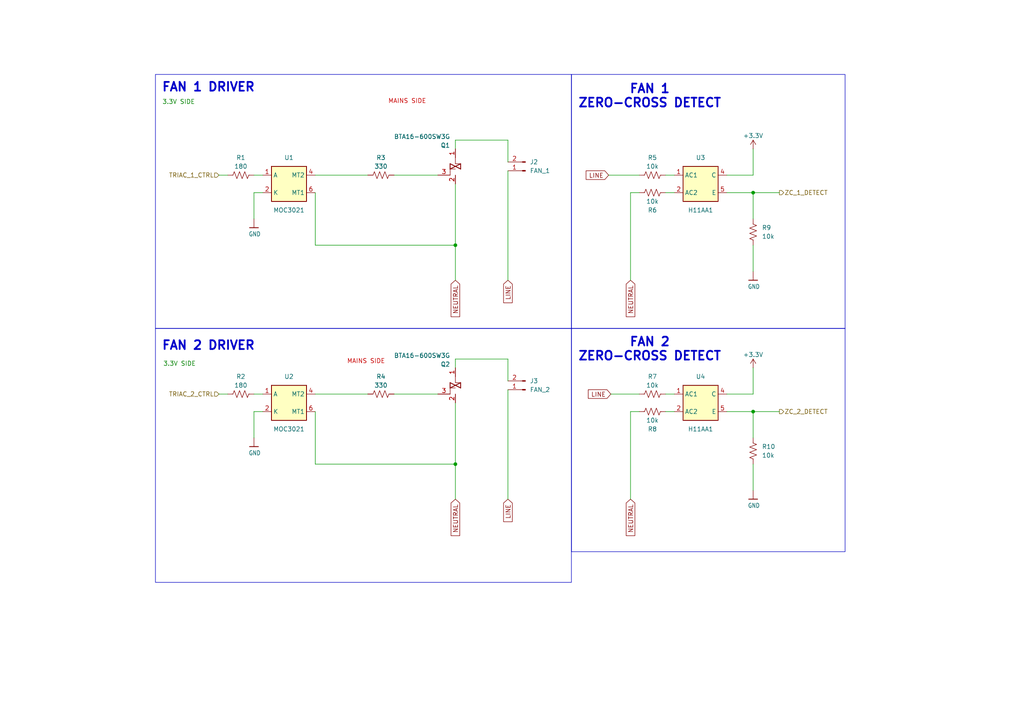
<source format=kicad_sch>
(kicad_sch (version 20250114) (generator "eeschema") (generator_version "9.0")
  (paper "A4")
  (lib_symbols
    (symbol "Adafruit Feather RP2040 RFM-eagle-import:GND" (power)
      (symbol "GND_1_0"
        (polyline (pts (xy -1.27 0) (xy 1.27 0)) (stroke (width 0.254)))
        (pin power_in line (at 0 2.54 270) (length 2.54) (name "GND") (number "1"))
      )
    )
    (symbol "Connector:Conn_01x02_Pin" (pin_names (offset 1.016) (hide yes))
      (property "Reference" "J" (at 0 2.54 0))
      (property "Value" "Conn_01x02_Pin" (at 0 -5.08 0))
      (symbol "Conn_01x02_Pin_1_1"
        (rectangle (start 0.8636 0.127) (end 0 -0.127) (stroke (width 0.1524)) (fill (type outline)))
        (rectangle (start 0.8636 -2.413) (end 0 -2.667) (stroke (width 0.1524)) (fill (type outline)))
        (polyline (pts (xy 1.27 0) (xy 0.8636 0)) (stroke (width 0.1524)))
        (polyline (pts (xy 1.27 -2.54) (xy 0.8636 -2.54)) (stroke (width 0.1524)))
        (pin passive line (at 5.08 0 180) (length 3.81) (name "Pin_1") (number "1"))
        (pin passive line (at 5.08 -2.54 180) (length 3.81) (name "Pin_2") (number "2"))
      )
    )
    (symbol "Device:R_US" (pin_numbers (hide yes)) (pin_names (offset 0))
      (property "Reference" "R" (at 2.54 0 90))
      (property "Value" "R_US" (at -2.54 0 90))
      (symbol "R_US_0_1"
        (polyline (pts (xy 0 2.286) (xy 0 2.54)))
        (polyline (pts (xy 0 2.286) (xy 1.016 1.905) (xy 0 1.524) (xy -1.016 1.143) (xy 0 0.762)))
        (polyline (pts (xy 0 0.762) (xy 1.016 0.381) (xy 0 0) (xy -1.016 -0.381) (xy 0 -0.762)))
        (polyline (pts (xy 0 -0.762) (xy 1.016 -1.143) (xy 0 -1.524) (xy -1.016 -1.905) (xy 0 -2.286)))
        (polyline (pts (xy 0 -2.286) (xy 0 -2.54)))
      )
      (symbol "R_US_1_1"
        (pin passive line (at 0 3.81 270) (length 1.27) (name "~") (number "1"))
        (pin passive line (at 0 -3.81 90) (length 1.27) (name "~") (number "2"))
      )
    )
    (symbol "Isolator:H11AA1"
      (property "Reference" "U" (at -5.08 6.35 0))
      (property "Value" "H11AA1" (at -5.08 -6.35 0))
      (symbol "H11AA1_0_1"
        (rectangle (start -5.08 5.08) (end 5.08 -5.08) (stroke (width 0.254)) (fill (type background)))
      )
      (symbol "H11AA1_1_1"
        (pin passive line (at -7.62 2.54 0) (length 2.54) (name "AC1") (number "1"))
        (pin passive line (at -7.62 -2.54 0) (length 2.54) (name "AC2") (number "2"))
        (pin passive line (at 7.62 2.54 180) (length 2.54) (name "C") (number "4"))
        (pin passive line (at 7.62 -2.54 180) (length 2.54) (name "E") (number "5"))
      )
    )
    (symbol "Isolator:MOC3021M"
      (property "Reference" "U" (at -5.08 6.35 0))
      (property "Value" "MOC3021M" (at -5.08 -6.35 0))
      (symbol "MOC3021M_0_1"
        (rectangle (start -5.08 5.08) (end 5.08 -5.08) (stroke (width 0.254)) (fill (type background)))
      )
      (symbol "MOC3021M_1_1"
        (pin passive line (at -7.62 2.54 0) (length 2.54) (name "A") (number "1"))
        (pin passive line (at -7.62 -2.54 0) (length 2.54) (name "K") (number "2"))
        (pin passive line (at 7.62 2.54 180) (length 2.54) (name "MT2") (number "4"))
        (pin passive line (at 7.62 -2.54 180) (length 2.54) (name "MT1") (number "6"))
      )
    )
    (symbol "Triac:BTA16-600SW3G" (pin_names (offset 0) (hide yes))
      (property "Reference" "Q" (at 5.08 1.27 0))
      (property "Value" "BTA16-600SW3G" (at 5.08 -1.27 0))
      (symbol "BTA16-600SW3G_0_1"
        (polyline (pts (xy -1.524 0.762) (xy -1.524 -0.762)) (stroke (width 0.254)))
        (polyline (pts (xy -1.524 0.762) (xy 1.524 -0.762)) (stroke (width 0.254)))
        (polyline (pts (xy -1.524 -2.54) (xy -1.524 -0.762) (xy 0 -0.762)))
        (polyline (pts (xy 1.524 0.762) (xy -1.524 -0.762)) (stroke (width 0.254)))
        (polyline (pts (xy 1.524 0.762) (xy 1.524 -0.762)) (stroke (width 0.254)))
        (polyline (pts (xy 1.524 0.762) (xy 0 0.762) (xy 0 2.54)))
      )
      (symbol "BTA16-600SW3G_1_1"
        (pin input line (at -5.08 -2.54 0) (length 3.556) (name "G") (number "3"))
        (pin passive line (at 0 5.08 270) (length 2.54) (name "MT2") (number "1"))
        (pin passive line (at 0 -5.08 90) (length 2.54) (name "MT1") (number "2"))
      )
    )
    (symbol "power:+3.3V" (power) (pin_numbers (hide yes)) (pin_names (offset 0) (hide yes))
      (property "Value" "+3.3V" (at 0 3.556 0))
      (symbol "+3.3V_0_1"
        (polyline (pts (xy -0.762 1.27) (xy 0 2.54)))
        (polyline (pts (xy 0 2.54) (xy 0.762 1.27)))
        (polyline (pts (xy 0 0) (xy 0 2.54)))
      )
      (symbol "+3.3V_1_1"
        (pin power_in line (at 0 0 90) (length 0) (name "~") (number "1"))
      )
    )
  )
  (rectangle (start 45.085 21.59) (end 165.735 95.25))
  (rectangle (start 45.085 95.25) (end 165.735 168.91))
  (rectangle (start 165.735 21.59) (end 245.11 95.25))
  (rectangle (start 165.735 95.25) (end 245.11 160.02))
  (text "FAN 1\nZERO-CROSS DETECT" (at 188.468 27.94 0) (effects (font (size 2.54 2.54) (bold yes))))
  (text "MAINS SIDE" (at 106.172 104.902 0) (effects (font (size 1.27 1.27))))
  (text "FAN 2 DRIVER" (at 60.452 100.33 0) (effects (font (size 2.54 2.54) (bold yes))))
  (text "3.3V SIDE" (at 51.816 29.718 0) (effects (font (size 1.27 1.27))))
  (text "MAINS SIDE" (at 118.11 29.464 0) (effects (font (size 1.27 1.27))))
  (text "FAN 2\nZERO-CROSS DETECT" (at 188.468 101.346 0) (effects (font (size 2.54 2.54) (bold yes))))
  (text "3.3V SIDE" (at 52.07 105.664 0) (effects (font (size 1.27 1.27))))
  (text "FAN 1 DRIVER" (at 60.452 25.4 0) (effects (font (size 2.54 2.54) (bold yes))))
  (junction (at 218.44 119.38))
  (junction (at 132.08 71.12))
  (junction (at 218.44 55.88))
  (junction (at 132.08 134.62))
  (wire (pts (xy 91.44 71.12) (xy 132.08 71.12)))
  (wire (pts (xy 193.04 114.3) (xy 195.58 114.3)))
  (wire (pts (xy 132.08 106.68) (xy 132.08 104.14)))
  (wire (pts (xy 76.2 55.88) (xy 73.66 55.88)))
  (wire (pts (xy 132.08 134.62) (xy 132.08 144.78)))
  (wire (pts (xy 218.44 55.88) (xy 226.06 55.88)))
  (wire (pts (xy 218.44 134.62) (xy 218.44 142.24)))
  (wire (pts (xy 91.44 114.3) (xy 106.68 114.3)))
  (wire (pts (xy 185.42 119.38) (xy 182.88 119.38)))
  (wire (pts (xy 73.66 119.38) (xy 73.66 127)))
  (wire (pts (xy 218.44 55.88) (xy 218.44 63.5)))
  (wire (pts (xy 91.44 55.88) (xy 91.44 71.12)))
  (wire (pts (xy 193.04 50.8) (xy 195.58 50.8)))
  (wire (pts (xy 210.82 119.38) (xy 218.44 119.38)))
  (wire (pts (xy 63.5 114.3) (xy 66.04 114.3)))
  (wire (pts (xy 132.08 71.12) (xy 132.08 81.28)))
  (wire (pts (xy 132.08 40.64) (xy 147.32 40.64)))
  (wire (pts (xy 147.32 104.14) (xy 147.32 110.49)))
  (wire (pts (xy 114.3 114.3) (xy 127 114.3)))
  (wire (pts (xy 91.44 119.38) (xy 91.44 134.62)))
  (wire (pts (xy 73.66 114.3) (xy 76.2 114.3)))
  (wire (pts (xy 147.32 40.64) (xy 147.32 46.99)))
  (wire (pts (xy 76.2 119.38) (xy 73.66 119.38)))
  (wire (pts (xy 132.08 53.34) (xy 132.08 71.12)))
  (wire (pts (xy 210.82 55.88) (xy 218.44 55.88)))
  (wire (pts (xy 73.66 55.88) (xy 73.66 63.5)))
  (wire (pts (xy 195.58 119.38) (xy 193.04 119.38)))
  (wire (pts (xy 177.165 114.3) (xy 185.42 114.3)))
  (wire (pts (xy 132.08 116.84) (xy 132.08 134.62)))
  (wire (pts (xy 63.5 50.8) (xy 66.04 50.8)))
  (wire (pts (xy 218.44 114.3) (xy 218.44 106.68)))
  (wire (pts (xy 91.44 50.8) (xy 106.68 50.8)))
  (wire (pts (xy 91.44 134.62) (xy 132.08 134.62)))
  (wire (pts (xy 182.88 55.88) (xy 182.88 81.28)))
  (wire (pts (xy 147.32 49.53) (xy 147.32 81.28)))
  (wire (pts (xy 132.08 104.14) (xy 147.32 104.14)))
  (wire (pts (xy 210.82 114.3) (xy 218.44 114.3)))
  (wire (pts (xy 176.53 50.8) (xy 185.42 50.8)))
  (wire (pts (xy 114.3 50.8) (xy 127 50.8)))
  (wire (pts (xy 132.08 43.18) (xy 132.08 40.64)))
  (wire (pts (xy 185.42 55.88) (xy 182.88 55.88)))
  (wire (pts (xy 182.88 119.38) (xy 182.88 144.78)))
  (wire (pts (xy 218.44 119.38) (xy 226.06 119.38)))
  (wire (pts (xy 218.44 71.12) (xy 218.44 78.74)))
  (wire (pts (xy 210.82 50.8) (xy 218.44 50.8)))
  (wire (pts (xy 73.66 50.8) (xy 76.2 50.8)))
  (wire (pts (xy 218.44 50.8) (xy 218.44 43.18)))
  (wire (pts (xy 218.44 119.38) (xy 218.44 127)))
  (wire (pts (xy 147.32 113.03) (xy 147.32 144.78)))
  (wire (pts (xy 195.58 55.88) (xy 193.04 55.88)))
  (global_label "LINE" (shape input) (at 176.53 50.8 180) (property "Intersheetrefs" "${INTERSHEET_REFS}" (effects (hide yes))))
  (global_label "NEUTRAL" (shape input) (at 182.88 81.28 270) (property "Intersheetrefs" "${INTERSHEET_REFS}" (effects (hide yes))))
  (global_label "LINE" (shape input) (at 147.32 81.28 270) (property "Intersheetrefs" "${INTERSHEET_REFS}" (effects (hide yes))))
  (global_label "LINE" (shape input) (at 177.165 114.3 180) (property "Intersheetrefs" "${INTERSHEET_REFS}" (effects (hide yes))))
  (global_label "LINE" (shape input) (at 147.32 144.78 270) (property "Intersheetrefs" "${INTERSHEET_REFS}" (effects (hide yes))))
  (global_label "NEUTRAL" (shape input) (at 132.08 144.78 270) (property "Intersheetrefs" "${INTERSHEET_REFS}" (effects (hide yes))))
  (global_label "NEUTRAL" (shape input) (at 132.08 81.28 270) (property "Intersheetrefs" "${INTERSHEET_REFS}" (effects (hide yes))))
  (global_label "NEUTRAL" (shape input) (at 182.88 144.78 270) (property "Intersheetrefs" "${INTERSHEET_REFS}" (effects (hide yes))))
  (hierarchical_label "TRIAC_2_CTRL" (shape input) (at 63.5 114.3 180))
  (hierarchical_label "TRIAC_1_CTRL" (shape input) (at 63.5 50.8 180))
  (hierarchical_label "ZC_2_DETECT" (shape output) (at 226.06 119.38 0))
  (hierarchical_label "ZC_1_DETECT" (shape output) (at 226.06 55.88 0))
  (symbol (lib_id "Device:R_US") (at 189.23 114.3 90) (unit 1)
    (property "Reference" "R7" (at 189.23 109.22 90))
    (property "Value" "10k" (at 189.23 111.76 90))
    (property "Footprint" "Resistor_SMD:R_0805_2012Metric" (effects (hide yes)))
    (property "Description" "ZC current limit" (effects (hide yes)))
  )
  (symbol (lib_id "Device:R_US") (at 69.85 50.8 90) (unit 1)
    (property "Reference" "R1" (at 69.85 45.72 90))
    (property "Value" "180" (at 69.85 48.26 90))
    (property "Footprint" "Resistor_SMD:R_0805_2012Metric" (effects (hide yes)))
    (property "Description" "LED current limit" (effects (hide yes)))
  )
  (symbol (lib_id "Isolator:MOC3021M") (at 83.82 53.34 0) (unit 1)
    (property "Reference" "U1" (at 83.82 45.72 0))
    (property "Value" "MOC3021" (at 83.82 60.96 0))
    (property "Footprint" "Package_DIP:DIP-6_W7.62mm" (effects (hide yes)))
  )
  (symbol (lib_id "Device:R_US") (at 110.49 50.8 90) (unit 1)
    (property "Reference" "R3" (at 110.49 45.72 90))
    (property "Value" "330" (at 110.49 48.26 90))
    (property "Footprint" "Resistor_SMD:R_0805_2012Metric" (effects (hide yes)))
    (property "Description" "Gate current limit" (effects (hide yes)))
  )
  (symbol (lib_id "Triac:BTA16-600SW3G") (at 132.08 48.26 0) (unit 1)
    (property "Reference" "Q1" (at 130.556 42.164 0) (effects (justify right)))
    (property "Value" "BTA16-600SW3G" (at 130.556 39.624 0) (effects (justify right)))
    (property "Footprint" "Package_TO_SOT_THT:TO-220-3_Vertical" (effects (hide yes)))
  )
  (symbol (lib_id "Device:R_US") (at 189.23 50.8 90) (unit 1)
    (property "Reference" "R5" (at 189.23 45.72 90))
    (property "Value" "10k" (at 189.23 48.26 90))
    (property "Footprint" "Resistor_SMD:R_0805_2012Metric" (effects (hide yes)))
    (property "Description" "ZC current limit" (effects (hide yes)))
  )
  (symbol (lib_id "Device:R_US") (at 189.23 55.88 90) (unit 1)
    (property "Reference" "R6" (at 189.23 60.96 90))
    (property "Value" "10k" (at 189.23 58.42 90))
    (property "Footprint" "Resistor_SMD:R_0805_2012Metric" (effects (hide yes)))
    (property "Description" "ZC current limit" (effects (hide yes)))
  )
  (symbol (lib_id "Isolator:H11AA1") (at 203.2 53.34 0) (unit 1)
    (property "Reference" "U3" (at 203.2 45.72 0))
    (property "Value" "H11AA1" (at 203.2 60.96 0))
    (property "Footprint" "Package_DIP:DIP-6_W7.62mm" (effects (hide yes)))
  )
  (symbol (lib_id "Device:R_US") (at 218.44 67.31 0) (unit 1)
    (property "Reference" "R9" (at 220.98 66.04 0) (effects (justify left)))
    (property "Value" "10k" (at 220.98 68.58 0) (effects (justify left)))
    (property "Footprint" "Resistor_SMD:R_0805_2012Metric" (effects (hide yes)))
    (property "Description" "Pull-down" (effects (hide yes)))
  )
  (symbol (lib_id "power:+3.3V") (at 218.44 43.18 0) (unit 1)
    (property "Reference" "#PWR09" (effects (hide yes)))
    (property "Value" "+3.3V" (at 218.44 39.37 0))
  )
  (symbol (lib_id "Isolator:MOC3021M") (at 83.82 116.84 0) (unit 1)
    (property "Reference" "U2" (at 83.82 109.22 0))
    (property "Value" "MOC3021" (at 83.82 124.46 0))
    (property "Footprint" "Package_DIP:DIP-6_W7.62mm" (effects (hide yes)))
  )
  (symbol (lib_id "Adafruit Feather RP2040 RFM-eagle-import:GND") (at 218.44 81.28 0) (unit 1)
    (property "Reference" "#U$05" (effects (hide yes)))
    (property "Value" "GND" (at 216.916 83.82 0) (effects (font (size 1.27 1.0795)) (justify left bottom)))
  )
  (symbol (lib_id "Device:R_US") (at 69.85 114.3 90) (unit 1)
    (property "Reference" "R2" (at 69.85 109.22 90))
    (property "Value" "180" (at 69.85 111.76 90))
    (property "Footprint" "Resistor_SMD:R_0805_2012Metric" (effects (hide yes)))
    (property "Description" "LED current limit" (effects (hide yes)))
  )
  (symbol (lib_id "Triac:BTA16-600SW3G") (at 132.08 111.76 0) (unit 1)
    (property "Reference" "Q2" (at 130.556 105.664 0) (effects (justify right)))
    (property "Value" "BTA16-600SW3G" (at 130.556 103.124 0) (effects (justify right)))
    (property "Footprint" "Package_TO_SOT_THT:TO-220-3_Vertical" (effects (hide yes)))
    (property "Datasheet" "TerminalBlock_Phoenix:TerminalBlock_Phoenix_MKDS-1,5-2-5.08_1x02_P5.08mm_Horizontal" (effects (hide yes)))
  )
  (symbol (lib_id "Adafruit Feather RP2040 RFM-eagle-import:GND") (at 73.66 66.04 0) (unit 1)
    (property "Reference" "#U$03" (effects (hide yes)))
    (property "Value" "GND" (at 72.136 68.58 0) (effects (font (size 1.27 1.0795)) (justify left bottom)))
  )
  (symbol (lib_id "Device:R_US") (at 110.49 114.3 90) (unit 1)
    (property "Reference" "R4" (at 110.49 109.22 90))
    (property "Value" "330" (at 110.49 111.76 90))
    (property "Footprint" "Resistor_SMD:R_0805_2012Metric" (effects (hide yes)))
    (property "Description" "Gate current limit" (effects (hide yes)))
  )
  (symbol (lib_id "Device:R_US") (at 189.23 119.38 90) (unit 1)
    (property "Reference" "R8" (at 189.23 124.46 90))
    (property "Value" "10k" (at 189.23 121.92 90))
    (property "Footprint" "Resistor_SMD:R_0805_2012Metric" (effects (hide yes)))
    (property "Description" "ZC current limit" (effects (hide yes)))
  )
  (symbol (lib_id "Device:R_US") (at 218.44 130.81 0) (unit 1)
    (property "Reference" "R10" (at 220.98 129.54 0) (effects (justify left)))
    (property "Value" "10k" (at 220.98 132.08 0) (effects (justify left)))
    (property "Footprint" "Resistor_SMD:R_0805_2012Metric" (effects (hide yes)))
    (property "Description" "Pull-down" (effects (hide yes)))
  )
  (symbol (lib_id "Connector:Conn_01x02_Pin") (at 152.4 113.03 180) (unit 1)
    (property "Reference" "J3" (at 153.67 110.4899 0) (effects (justify right)))
    (property "Value" "FAN_2" (at 153.67 113.0299 0) (effects (justify right)))
    (property "Footprint" "TerminalBlock_Phoenix:TerminalBlock_Phoenix_MKDS-1,5-2-5.08_1x02_P5.08mm_Horizontal" (effects (hide yes)))
    (property "Description" "Generic connector, single row, 01x02, script generated" (effects (hide yes)))
  )
  (symbol (lib_id "Connector:Conn_01x02_Pin") (at 152.4 49.53 180) (unit 1)
    (property "Reference" "J2" (at 153.67 46.9899 0) (effects (justify right)))
    (property "Value" "FAN_1" (at 153.67 49.5299 0) (effects (justify right)))
    (property "Footprint" "TerminalBlock_Phoenix:TerminalBlock_Phoenix_MKDS-1,5-2-5.08_1x02_P5.08mm_Horizontal" (effects (hide yes)))
    (property "Description" "Generic connector, single row, 01x02, script generated" (effects (hide yes)))
  )
  (symbol (lib_id "Adafruit Feather RP2040 RFM-eagle-import:GND") (at 73.66 129.54 0) (unit 1)
    (property "Reference" "#U$04" (effects (hide yes)))
    (property "Value" "GND" (at 72.136 132.08 0) (effects (font (size 1.27 1.0795)) (justify left bottom)))
  )
  (symbol (lib_id "Adafruit Feather RP2040 RFM-eagle-import:GND") (at 218.44 144.78 0) (unit 1)
    (property "Reference" "#U$06" (effects (hide yes)))
    (property "Value" "GND" (at 216.916 147.32 0) (effects (font (size 1.27 1.0795)) (justify left bottom)))
  )
  (symbol (lib_id "power:+3.3V") (at 218.44 106.68 0) (unit 1)
    (property "Reference" "#PWR010" (effects (hide yes)))
    (property "Value" "+3.3V" (at 218.44 102.87 0))
  )
  (symbol (lib_id "Isolator:H11AA1") (at 203.2 116.84 0) (unit 1)
    (property "Reference" "U4" (at 203.2 109.22 0))
    (property "Value" "H11AA1" (at 203.2 124.46 0))
    (property "Footprint" "Package_DIP:DIP-6_W7.62mm" (effects (hide yes)))
  )
)
</source>
